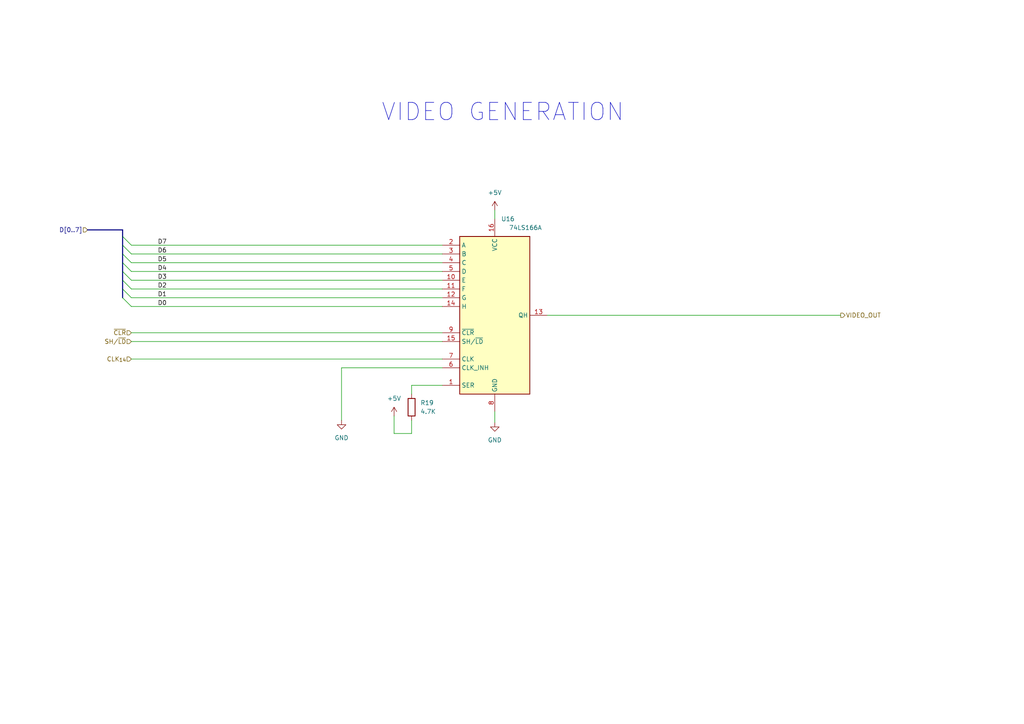
<source format=kicad_sch>
(kicad_sch (version 20230121) (generator eeschema)
  (paper "A4")
  (title_block (title "LOW SPEED GRAPHIK") (date "2022-03-13") (rev "V001") (comment 1 "reverse-engineered in 2022") (comment 2 "creativecommons.org/licenses/by-sa/4.0/") (comment 3 "License: CC BY-SA 4.0") (comment 4 "Author: InsaneDruid"))
  (lib_symbols
    (symbol "Device:R" (pin_numbers hide) (pin_names (offset 0))
      (property "Reference" "R" (at 2.032 0 90))
      (property "Value" "R" (at 0 0 90))
      (symbol "R_0_1"
        (rectangle (start -1.016 -2.54) (end 1.016 2.54) (stroke (width 0.254)))
      )
      (symbol "R_1_1"
        (pin passive line (at 0 3.81 270) (length 1.27) (name "~") (number "1"))
        (pin passive line (at 0 -3.81 90) (length 1.27) (name "~") (number "2"))
      )
    )
    (symbol "HGS_lib_sch:SN74LS166AN"
      (property "Reference" "U16" (at -7.62 25.4 0))
      (property "Value" "SN74LS166AN" (at 10.16 -25.4 0))
      (symbol "SN74LS166AN_0_0"
        (pin input line (at -15.24 -20.32 0) (length 5.08) (name "SER") (number "1"))
        (pin input line (at -15.24 10.16 0) (length 5.08) (name "E") (number "10"))
        (pin input line (at -15.24 7.62 0) (length 5.08) (name "F") (number "11"))
        (pin input line (at -15.24 5.08 0) (length 5.08) (name "G") (number "12"))
        (pin output line (at 15.24 0 180) (length 5.08) (name "QH") (number "13"))
        (pin input line (at -15.24 2.54 0) (length 5.08) (name "H") (number "14"))
        (pin input line (at -15.24 -7.62 0) (length 5.08) (name "SH/~{LD}") (number "15"))
        (pin passive line (at 0 27.94 270) (length 5.08) (name "VCC") (number "16"))
        (pin input line (at -15.24 20.32 0) (length 5.08) (name "A") (number "2"))
        (pin input line (at -15.24 17.78 0) (length 5.08) (name "B") (number "3"))
        (pin input line (at -15.24 15.24 0) (length 5.08) (name "C") (number "4"))
        (pin input line (at -15.24 12.7 0) (length 5.08) (name "D") (number "5"))
        (pin input line (at -15.24 -15.24 0) (length 5.08) (name "CLK_INH") (number "6"))
        (pin input line (at -15.24 -12.7 0) (length 5.08) (name "CLK") (number "7"))
        (pin passive line (at 0 -27.94 90) (length 5.08) (name "GND") (number "8"))
        (pin input line (at -15.24 -5.08 0) (length 5.08) (name "~{CLR}") (number "9"))
      )
      (symbol "SN74LS166AN_0_1"
        (polyline (pts (xy -10.16 22.86) (xy 10.16 22.86) (xy 10.16 -22.86) (xy -10.16 -22.86) (xy -10.16 22.86)) (stroke (width 0.254)) (fill (type background)))
      )
    )
    (symbol "power:+5V" (power) (pin_names (offset 0))
      (property "Value" "+5V" (at 0 3.556 0))
      (symbol "+5V_0_1"
        (polyline (pts (xy -0.762 1.27) (xy 0 2.54)))
        (polyline (pts (xy 0 0) (xy 0 2.54)))
        (polyline (pts (xy 0 2.54) (xy 0.762 1.27)))
      )
      (symbol "+5V_1_1"
        (pin power_in line (at 0 0 90) (length 0) hide (name "+5V") (number "1"))
      )
    )
    (symbol "power:GND" (power) (pin_names (offset 0))
      (property "Value" "GND" (at 0 -3.81 0))
      (symbol "GND_0_1"
        (polyline (pts (xy 0 0) (xy 0 -1.27) (xy 1.27 -1.27) (xy 0 -2.54) (xy -1.27 -1.27) (xy 0 -1.27)))
      )
      (symbol "GND_1_1"
        (pin power_in line (at 0 0 270) (length 0) hide (name "GND") (number "1"))
      )
    )
  )
  (bus_entry (at 35.56 81.28) (size 2.54 2.54))
  (bus_entry (at 35.56 83.82) (size 2.54 2.54))
  (bus_entry (at 35.56 86.36) (size 2.54 2.54))
  (bus_entry (at 35.56 68.58) (size 2.54 2.54))
  (bus_entry (at 35.56 71.12) (size 2.54 2.54))
  (bus_entry (at 35.56 73.66) (size 2.54 2.54))
  (bus_entry (at 35.56 76.2) (size 2.54 2.54))
  (bus_entry (at 35.56 78.74) (size 2.54 2.54))
  (wire (pts (xy 38.1 81.28) (xy 128.27 81.28)))
  (bus (pts (xy 35.56 68.58) (xy 35.56 71.12)))
  (bus (pts (xy 35.56 76.2) (xy 35.56 78.74)))
  (wire (pts (xy 38.1 76.2) (xy 128.27 76.2)))
  (wire (pts (xy 38.1 78.74) (xy 128.27 78.74)))
  (bus (pts (xy 35.56 81.28) (xy 35.56 83.82)))
  (bus (pts (xy 35.56 71.12) (xy 35.56 73.66)))
  (bus (pts (xy 35.56 83.82) (xy 35.56 86.36)))
  (wire (pts (xy 38.1 86.36) (xy 128.27 86.36)))
  (wire (pts (xy 38.1 88.9) (xy 128.27 88.9)))
  (wire (pts (xy 99.06 106.68) (xy 128.27 106.68)))
  (wire (pts (xy 38.1 71.12) (xy 128.27 71.12)))
  (wire (pts (xy 38.1 73.66) (xy 128.27 73.66)))
  (wire (pts (xy 119.38 125.73) (xy 114.3 125.73)))
  (bus (pts (xy 35.56 66.675) (xy 35.56 68.58)))
  (wire (pts (xy 119.38 111.76) (xy 119.38 114.3)))
  (wire (pts (xy 158.75 91.44) (xy 243.84 91.44)))
  (bus (pts (xy 35.56 73.66) (xy 35.56 76.2)))
  (bus (pts (xy 25.4 66.675) (xy 35.56 66.675)))
  (wire (pts (xy 143.51 60.96) (xy 143.51 63.5)))
  (wire (pts (xy 99.06 106.68) (xy 99.06 121.92)))
  (wire (pts (xy 119.38 121.92) (xy 119.38 125.73)))
  (wire (pts (xy 114.3 120.65) (xy 114.3 125.73)))
  (wire (pts (xy 38.1 99.06) (xy 128.27 99.06)))
  (wire (pts (xy 38.1 96.52) (xy 128.27 96.52)))
  (wire (pts (xy 119.38 111.76) (xy 128.27 111.76)))
  (wire (pts (xy 38.1 104.14) (xy 128.27 104.14)))
  (bus (pts (xy 35.56 78.74) (xy 35.56 81.28)))
  (wire (pts (xy 143.51 119.38) (xy 143.51 122.555)))
  (wire (pts (xy 38.1 83.82) (xy 128.27 83.82)))
  (text "VIDEO GENERATION" (at 110.49 35.56 0) (effects (font (size 5 5)) (justify left bottom)))
  (label "D0" (at 45.72 88.9 0))
  (label "D6" (at 45.72 73.66 0))
  (label "D1" (at 45.72 86.36 0))
  (label "D2" (at 45.72 83.82 0))
  (label "D7" (at 45.72 71.12 0))
  (label "D3" (at 45.72 81.28 0))
  (label "D4" (at 45.72 78.74 0))
  (label "D5" (at 45.72 76.2 0))
  (hierarchical_label "CLK_{14}" (shape input) (at 38.1 104.14 180))
  (hierarchical_label "~{CLR}" (shape input) (at 38.1 96.52 180))
  (hierarchical_label "D[0..7]" (shape input) (at 25.4 66.675 180))
  (hierarchical_label "SH{slash}~{LD}" (shape input) (at 38.1 99.06 180))
  (hierarchical_label "VIDEO_OUT" (shape output) (at 243.84 91.44 0))
  (symbol (lib_id "Device:R") (at 119.38 118.11 180) (unit 1)
    (property "Reference" "R19" (at 121.92 116.8399 0) (effects (justify right)))
    (property "Value" "4.7K" (at 121.92 119.3799 0) (effects (justify right)))
    (property "Footprint" "lsg_lib_fp:R_Axial_DIN0309_L9.0mm_D222.2mm_P12.70mm_Horizontal" (effects hide))
  )
  (symbol (lib_id "power:GND") (at 99.06 121.92 0) (unit 1)
    (property "Reference" "#PWR0121" (effects hide))
    (property "Value" "GND" (at 99.06 127 0))
  )
  (symbol (lib_id "power:GND") (at 143.51 122.555 0) (unit 1)
    (property "Reference" "#PWR058" (effects hide))
    (property "Value" "GND" (at 143.51 127.635 0))
  )
  (symbol (lib_id "HGS_lib_sch:SN74LS166AN") (at 143.51 91.44 0) (unit 1)
    (property "Reference" "U16" (at 147.32 63.5 0))
    (property "Value" "74LS166A" (at 152.4 66.04 0))
    (property "Footprint" "lsg_lib_fp:DIP-16_W7.62mm" (effects hide))
    (property "Datasheet" "http://www.ti.com/lit/gpn/SN74LS166A" (effects hide))
  )
  (symbol (lib_id "power:+5V") (at 143.51 60.96 0) (unit 1)
    (property "Reference" "#PWR057" (effects hide))
    (property "Value" "+5V" (at 143.51 55.88 0))
  )
  (symbol (lib_id "power:+5V") (at 114.3 120.65 0) (unit 1)
    (property "Reference" "#PWR0124" (effects hide))
    (property "Value" "+5V" (at 114.3 115.57 0))
  )
)
</source>
